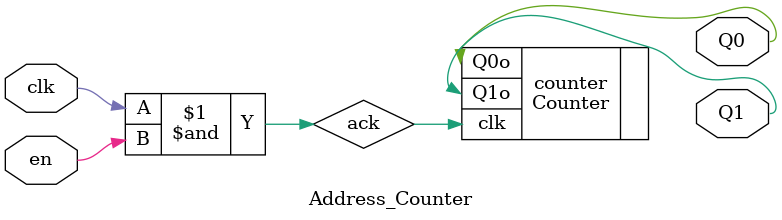
<source format=v>
module Address_Counter(
    input clk,
    input en,
    output Q0,
    output Q1
    );
    
    wire ack = clk & en; 
    
    Counter counter(.clk(ack), .Q0o(Q0), .Q1o(Q1));
endmodule

</source>
